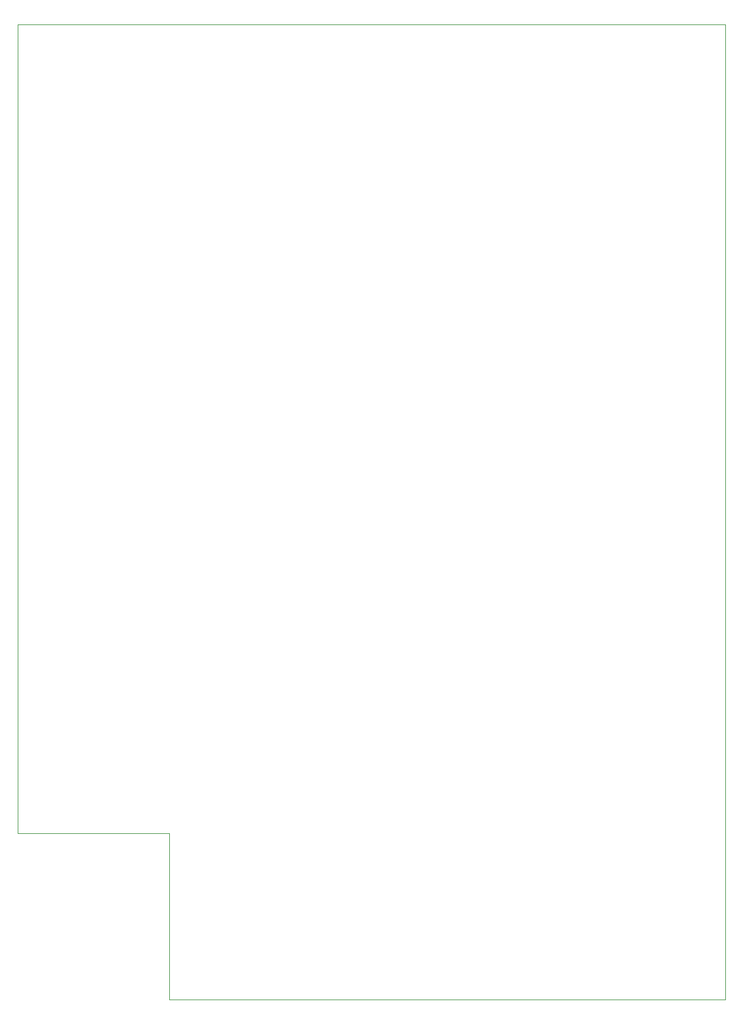
<source format=gm1>
G04 #@! TF.GenerationSoftware,KiCad,Pcbnew,8.0.3*
G04 #@! TF.CreationDate,2024-09-16T17:54:24+02:00*
G04 #@! TF.ProjectId,DMH_VCO_40106_PCB,444d485f-5643-44f5-9f34-303130365f50,1*
G04 #@! TF.SameCoordinates,Original*
G04 #@! TF.FileFunction,Profile,NP*
%FSLAX46Y46*%
G04 Gerber Fmt 4.6, Leading zero omitted, Abs format (unit mm)*
G04 Created by KiCad (PCBNEW 8.0.3) date 2024-09-16 17:54:24*
%MOMM*%
%LPD*%
G01*
G04 APERTURE LIST*
G04 #@! TA.AperFunction,Profile*
%ADD10C,0.050000*%
G04 #@! TD*
G04 APERTURE END LIST*
D10*
X149000000Y-197500000D02*
X149000000Y-62500000D01*
X149000000Y-62500000D02*
X51000000Y-62500000D01*
X72000000Y-174500000D02*
X72000000Y-197500000D01*
X51000000Y-62500000D02*
X51000000Y-174500000D01*
X51000000Y-174500000D02*
X72000000Y-174500000D01*
X72000000Y-197500000D02*
X149000000Y-197500000D01*
M02*

</source>
